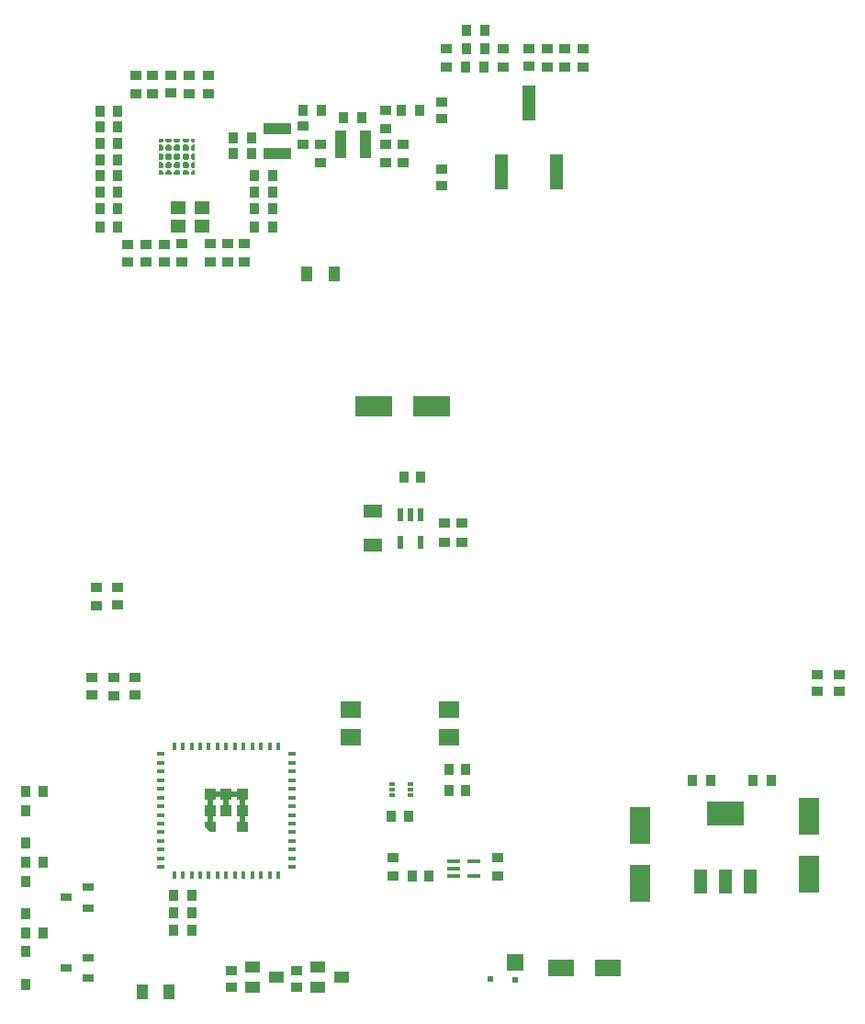
<source format=gtp>
G04*
G04 #@! TF.GenerationSoftware,Altium Limited,Altium Designer,24.5.2 (23)*
G04*
G04 Layer_Color=8421504*
%FSLAX25Y25*%
%MOIN*%
G70*
G04*
G04 #@! TF.SameCoordinates,63800F2C-04A6-48C2-B29F-E79A9F1A880F*
G04*
G04*
G04 #@! TF.FilePolarity,Positive*
G04*
G01*
G75*
%ADD16R,0.06000X0.06000*%
%ADD17R,0.02480X0.02480*%
%ADD18R,0.01968X0.01968*%
%ADD19R,0.00100X0.00100*%
%ADD20R,0.04724X0.01575*%
%ADD21R,0.02362X0.04724*%
%ADD22R,0.04724X0.08661*%
%ADD23R,0.13780X0.08661*%
%ADD24R,0.07480X0.05906*%
%ADD25R,0.05512X0.03937*%
%ADD26R,0.03937X0.05591*%
%ADD27R,0.05512X0.04724*%
%ADD28R,0.13780X0.07284*%
%ADD29R,0.07284X0.13780*%
%ADD30R,0.03937X0.03543*%
%ADD31R,0.04016X0.03701*%
%ADD32R,0.03701X0.04016*%
%ADD33R,0.03543X0.03937*%
%ADD34R,0.03996X0.10000*%
%ADD35R,0.10000X0.03996*%
%ADD36R,0.09252X0.06102*%
%ADD37R,0.01575X0.03150*%
%ADD38R,0.03150X0.01575*%
%ADD39R,0.04685X0.12992*%
%ADD40R,0.04331X0.02559*%
%ADD41R,0.06693X0.04528*%
%ADD42R,0.01937X0.01181*%
G36*
X75276Y336737D02*
X74380D01*
X73823Y337293D01*
Y338189D01*
X75276D01*
Y336737D01*
D02*
G37*
G36*
X73036Y337293D02*
X72479Y336737D01*
X71280D01*
X70723Y337293D01*
Y338189D01*
X73036D01*
Y337293D01*
D02*
G37*
G36*
X69936D02*
X69379Y336737D01*
X68180D01*
X67623Y337293D01*
Y338189D01*
X69936D01*
Y337293D01*
D02*
G37*
G36*
X66836D02*
X66279Y336737D01*
X65080D01*
X64523Y337293D01*
Y338189D01*
X66836D01*
Y337293D01*
D02*
G37*
G36*
X63736D02*
X63179Y336737D01*
X62283D01*
Y338189D01*
X63736D01*
Y337293D01*
D02*
G37*
G36*
X75276Y333637D02*
X74380D01*
X73823Y334193D01*
Y335392D01*
X74380Y335949D01*
X75276D01*
Y333637D01*
D02*
G37*
G36*
X73036Y335392D02*
Y334193D01*
X72479Y333637D01*
X71280D01*
X70723Y334193D01*
Y335392D01*
X71280Y335949D01*
X72479D01*
X73036Y335392D01*
D02*
G37*
G36*
X69936D02*
Y334193D01*
X69379Y333637D01*
X68180D01*
X67623Y334193D01*
Y335392D01*
X68180Y335949D01*
X69379D01*
X69936Y335392D01*
D02*
G37*
G36*
X66836D02*
Y334193D01*
X66279Y333637D01*
X65080D01*
X64523Y334193D01*
Y335392D01*
X65080Y335949D01*
X66279D01*
X66836Y335392D01*
D02*
G37*
G36*
X63736D02*
Y334193D01*
X63179Y333637D01*
X62283D01*
Y335949D01*
X63179D01*
X63736Y335392D01*
D02*
G37*
G36*
X75276Y330537D02*
X74380D01*
X73823Y331093D01*
Y332292D01*
X74380Y332849D01*
X75276D01*
Y330537D01*
D02*
G37*
G36*
X73036Y332292D02*
Y331093D01*
X72479Y330537D01*
X71280D01*
X70723Y331093D01*
Y332292D01*
X71280Y332849D01*
X72479D01*
X73036Y332292D01*
D02*
G37*
G36*
X69936D02*
Y331093D01*
X69379Y330537D01*
X68180D01*
X67623Y331093D01*
Y332292D01*
X68180Y332849D01*
X69379D01*
X69936Y332292D01*
D02*
G37*
G36*
X66836D02*
Y331093D01*
X66279Y330537D01*
X65080D01*
X64523Y331093D01*
Y332292D01*
X65080Y332849D01*
X66279D01*
X66836Y332292D01*
D02*
G37*
G36*
X63736D02*
Y331093D01*
X63179Y330537D01*
X62283D01*
Y332849D01*
X63179D01*
X63736Y332292D01*
D02*
G37*
G36*
X75276Y327437D02*
X74380D01*
X73823Y327993D01*
Y329192D01*
X74380Y329749D01*
X75276D01*
Y327437D01*
D02*
G37*
G36*
X73036Y329192D02*
Y327993D01*
X72479Y327437D01*
X71280D01*
X70723Y327993D01*
Y329192D01*
X71280Y329749D01*
X72479D01*
X73036Y329192D01*
D02*
G37*
G36*
X69936D02*
Y327993D01*
X69379Y327437D01*
X68180D01*
X67623Y327993D01*
Y329192D01*
X68180Y329749D01*
X69379D01*
X69936Y329192D01*
D02*
G37*
G36*
X66836D02*
Y327993D01*
X66279Y327437D01*
X65080D01*
X64523Y327993D01*
Y329192D01*
X65080Y329749D01*
X66279D01*
X66836Y329192D01*
D02*
G37*
G36*
X63736D02*
Y327993D01*
X63179Y327437D01*
X62283D01*
Y329749D01*
X63179D01*
X63736Y329192D01*
D02*
G37*
G36*
X75276Y325197D02*
X73823D01*
Y326092D01*
X74380Y326649D01*
X75276D01*
Y325197D01*
D02*
G37*
G36*
X73036Y326092D02*
Y325197D01*
X70723D01*
Y326092D01*
X71280Y326649D01*
X72479D01*
X73036Y326092D01*
D02*
G37*
G36*
X69936D02*
Y325197D01*
X67623D01*
Y326092D01*
X68180Y326649D01*
X69379D01*
X69936Y326092D01*
D02*
G37*
G36*
X66836D02*
Y325197D01*
X64523D01*
Y326092D01*
X65080Y326649D01*
X66279D01*
X66836Y326092D01*
D02*
G37*
G36*
X63736D02*
Y325197D01*
X62283D01*
Y326649D01*
X63179D01*
X63736Y326092D01*
D02*
G37*
G36*
X94488Y98425D02*
X93504D01*
Y96457D01*
X94488D01*
Y92520D01*
X93504D01*
Y90551D01*
X94488D01*
Y86614D01*
X90551D01*
Y90551D01*
X91535D01*
Y92520D01*
X90551D01*
Y96457D01*
X91535D01*
Y98425D01*
X90551D01*
Y99410D01*
X88583D01*
Y98425D01*
X87598D01*
Y96457D01*
X88583D01*
Y92520D01*
X84646D01*
Y96457D01*
X85630D01*
Y98425D01*
X84646D01*
Y99410D01*
X82677D01*
Y98425D01*
X81693D01*
Y96457D01*
X82677D01*
Y92520D01*
X81693D01*
Y90551D01*
X82677D01*
Y86614D01*
X80709D01*
X78740Y88583D01*
Y90551D01*
X79724D01*
Y92520D01*
X78740D01*
Y96457D01*
X79724D01*
Y98425D01*
X78740D01*
Y102362D01*
X82677D01*
Y101378D01*
X84646D01*
Y102362D01*
X88583D01*
Y101378D01*
X90551D01*
Y102362D01*
X94488D01*
Y98425D01*
D02*
G37*
D16*
X191339Y39370D02*
D03*
D17*
X191420Y33053D02*
D03*
D18*
X182607Y33321D02*
D03*
D19*
X68779Y331693D02*
D03*
D20*
X176483Y75990D02*
D03*
Y70872D02*
D03*
X169003D02*
D03*
Y73431D02*
D03*
Y75990D02*
D03*
D21*
X157283Y191929D02*
D03*
X149803D02*
D03*
Y201772D02*
D03*
X153543D02*
D03*
X157283D02*
D03*
D22*
X258813Y68929D02*
D03*
X267868D02*
D03*
X276923D02*
D03*
D23*
X267868Y93338D02*
D03*
D24*
X131890Y120984D02*
D03*
Y130984D02*
D03*
X167323D02*
D03*
Y120984D02*
D03*
D25*
X128347Y34055D02*
D03*
X119685Y30315D02*
D03*
Y37795D02*
D03*
X104724Y34055D02*
D03*
X96063Y30315D02*
D03*
Y37795D02*
D03*
D26*
X56102Y28740D02*
D03*
X65945D02*
D03*
X125787Y288976D02*
D03*
X115945D02*
D03*
D27*
X77953Y306445D02*
D03*
X69291D02*
D03*
Y313138D02*
D03*
X77953D02*
D03*
D28*
X161024Y241142D02*
D03*
X140157D02*
D03*
D29*
X298206Y92354D02*
D03*
Y71488D02*
D03*
X236872Y68157D02*
D03*
Y89023D02*
D03*
D30*
X59881Y361024D02*
D03*
Y354331D02*
D03*
X53815Y361024D02*
D03*
Y354331D02*
D03*
X87008Y300197D02*
D03*
Y293504D02*
D03*
X150773Y336024D02*
D03*
Y329331D02*
D03*
X144342Y336030D02*
D03*
Y329337D02*
D03*
Y348406D02*
D03*
Y341714D02*
D03*
X120888Y329337D02*
D03*
Y336030D02*
D03*
X114606Y342717D02*
D03*
Y336024D02*
D03*
X73304Y361024D02*
D03*
Y354331D02*
D03*
X79997Y361024D02*
D03*
Y354331D02*
D03*
X70472Y300197D02*
D03*
Y293504D02*
D03*
X80709Y300197D02*
D03*
Y293504D02*
D03*
X93307Y300197D02*
D03*
Y293504D02*
D03*
X45840Y142717D02*
D03*
Y136024D02*
D03*
X39370Y175591D02*
D03*
Y168898D02*
D03*
X185008Y77362D02*
D03*
Y70669D02*
D03*
X216142Y363976D02*
D03*
Y370669D02*
D03*
X209452Y370669D02*
D03*
Y363976D02*
D03*
X187057Y370669D02*
D03*
Y363976D02*
D03*
X203143Y363976D02*
D03*
Y370669D02*
D03*
X166535Y363976D02*
D03*
Y370669D02*
D03*
X172047Y191929D02*
D03*
Y198622D02*
D03*
X165748Y191929D02*
D03*
Y198622D02*
D03*
X147244Y77362D02*
D03*
Y70669D02*
D03*
D31*
X164961Y345315D02*
D03*
Y351535D02*
D03*
X66611Y354842D02*
D03*
Y361063D02*
D03*
X57402Y299685D02*
D03*
Y293465D02*
D03*
X50709Y299685D02*
D03*
Y293465D02*
D03*
X64095Y299685D02*
D03*
Y293465D02*
D03*
X47244Y175354D02*
D03*
Y169134D02*
D03*
X37982Y136428D02*
D03*
Y142649D02*
D03*
X53485Y142649D02*
D03*
Y136428D02*
D03*
X112205Y36575D02*
D03*
Y30354D02*
D03*
X196372Y364458D02*
D03*
Y370679D02*
D03*
X309055Y143858D02*
D03*
Y137638D02*
D03*
X301181Y143858D02*
D03*
Y137638D02*
D03*
X88583Y36575D02*
D03*
Y30354D02*
D03*
X164961Y320974D02*
D03*
Y327195D02*
D03*
D32*
X40863Y306102D02*
D03*
X47083D02*
D03*
X40863Y312795D02*
D03*
X47083D02*
D03*
X40863Y318701D02*
D03*
X47083D02*
D03*
X40863Y324606D02*
D03*
X47083D02*
D03*
X40863Y330512D02*
D03*
X47083D02*
D03*
X40863Y336417D02*
D03*
X47083D02*
D03*
X40863Y342323D02*
D03*
X47083D02*
D03*
X40863Y348228D02*
D03*
X47083D02*
D03*
X13819Y101378D02*
D03*
X20039D02*
D03*
X146496Y92520D02*
D03*
X152717D02*
D03*
X167362Y109455D02*
D03*
X173583D02*
D03*
X167425Y101741D02*
D03*
X173645D02*
D03*
X13819Y75787D02*
D03*
X20039D02*
D03*
X13819Y50197D02*
D03*
X20039D02*
D03*
X151017Y215425D02*
D03*
X157238D02*
D03*
X160235Y70676D02*
D03*
X154014D02*
D03*
D33*
X103619Y306102D02*
D03*
X96926D02*
D03*
X156857Y348509D02*
D03*
X150164D02*
D03*
X121299D02*
D03*
X114606D02*
D03*
X89213Y338583D02*
D03*
X95905D02*
D03*
X89213Y332677D02*
D03*
X95906D02*
D03*
X135839Y345760D02*
D03*
X129146D02*
D03*
X103619Y318701D02*
D03*
X96926D02*
D03*
X103619Y324606D02*
D03*
X96926D02*
D03*
X103619Y312795D02*
D03*
X96926D02*
D03*
X284425Y105547D02*
D03*
X277732D02*
D03*
X255866D02*
D03*
X262559D02*
D03*
X67520Y51175D02*
D03*
X74213D02*
D03*
X67520Y57505D02*
D03*
X74213D02*
D03*
X67520Y63737D02*
D03*
X74213D02*
D03*
X173866Y370731D02*
D03*
X180559D02*
D03*
X180096Y363953D02*
D03*
X173403D02*
D03*
X180512Y377559D02*
D03*
X173819D02*
D03*
X13780Y31496D02*
D03*
Y43307D02*
D03*
Y57087D02*
D03*
Y68898D02*
D03*
Y82677D02*
D03*
Y94488D02*
D03*
D34*
X136993Y336221D02*
D03*
X127993D02*
D03*
D35*
X105093Y341707D02*
D03*
Y332707D02*
D03*
D36*
X208071Y37551D02*
D03*
X225000D02*
D03*
D37*
X67716Y71260D02*
D03*
X70866D02*
D03*
X74016D02*
D03*
X77165D02*
D03*
X80315D02*
D03*
X83465D02*
D03*
X86614D02*
D03*
X89764D02*
D03*
X92913D02*
D03*
X96063D02*
D03*
X99213D02*
D03*
X102362D02*
D03*
X105512D02*
D03*
Y117717D02*
D03*
X102362D02*
D03*
X99213D02*
D03*
X96063D02*
D03*
X92913D02*
D03*
X89764D02*
D03*
X86614D02*
D03*
X83465D02*
D03*
X80315D02*
D03*
X77165D02*
D03*
X74016D02*
D03*
X70866D02*
D03*
X67716D02*
D03*
D38*
X110433Y74016D02*
D03*
Y77165D02*
D03*
Y80315D02*
D03*
Y83465D02*
D03*
Y86614D02*
D03*
Y89764D02*
D03*
Y92913D02*
D03*
Y96063D02*
D03*
Y99213D02*
D03*
Y102362D02*
D03*
Y105512D02*
D03*
Y108661D02*
D03*
Y111811D02*
D03*
Y114961D02*
D03*
X62795D02*
D03*
Y111811D02*
D03*
Y108661D02*
D03*
Y105512D02*
D03*
Y102362D02*
D03*
Y99213D02*
D03*
Y96063D02*
D03*
Y92913D02*
D03*
Y89764D02*
D03*
Y86614D02*
D03*
Y83465D02*
D03*
Y80315D02*
D03*
Y77165D02*
D03*
Y74016D02*
D03*
D39*
X186457Y325984D02*
D03*
X196457Y351181D02*
D03*
X206457Y325984D02*
D03*
D40*
X36614Y59213D02*
D03*
Y66772D02*
D03*
X28346Y62992D02*
D03*
X28346Y37402D02*
D03*
X36614Y41181D02*
D03*
Y33622D02*
D03*
D41*
X139741Y203051D02*
D03*
Y190650D02*
D03*
D42*
X146949Y100036D02*
D03*
Y102004D02*
D03*
Y103972D02*
D03*
X153516D02*
D03*
Y102004D02*
D03*
Y100036D02*
D03*
M02*

</source>
